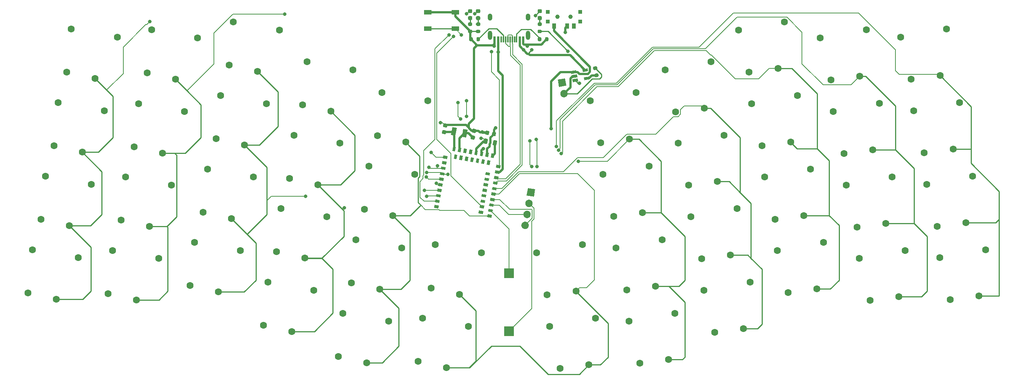
<source format=gbr>
%TF.GenerationSoftware,KiCad,Pcbnew,(5.1.10)-1*%
%TF.CreationDate,2021-11-02T21:32:16-06:00*%
%TF.ProjectId,VColChoc44,56436f6c-4368-46f6-9334-342e6b696361,rev?*%
%TF.SameCoordinates,Original*%
%TF.FileFunction,Copper,L2,Bot*%
%TF.FilePolarity,Positive*%
%FSLAX46Y46*%
G04 Gerber Fmt 4.6, Leading zero omitted, Abs format (unit mm)*
G04 Created by KiCad (PCBNEW (5.1.10)-1) date 2021-11-02 21:32:16*
%MOMM*%
%LPD*%
G01*
G04 APERTURE LIST*
%TA.AperFunction,ComponentPad*%
%ADD10C,1.600000*%
%TD*%
%TA.AperFunction,SMDPad,CuDef*%
%ADD11R,0.600000X1.450000*%
%TD*%
%TA.AperFunction,SMDPad,CuDef*%
%ADD12R,0.300000X1.450000*%
%TD*%
%TA.AperFunction,ComponentPad*%
%ADD13O,1.000000X2.100000*%
%TD*%
%TA.AperFunction,ComponentPad*%
%ADD14O,1.000000X1.600000*%
%TD*%
%TA.AperFunction,ComponentPad*%
%ADD15C,0.100000*%
%TD*%
%TA.AperFunction,SMDPad,CuDef*%
%ADD16C,0.100000*%
%TD*%
%TA.AperFunction,SMDPad,CuDef*%
%ADD17R,1.800000X1.100000*%
%TD*%
%TA.AperFunction,SMDPad,CuDef*%
%ADD18R,0.900000X0.900000*%
%TD*%
%TA.AperFunction,SMDPad,CuDef*%
%ADD19R,0.900000X1.250000*%
%TD*%
%TA.AperFunction,WasherPad*%
%ADD20C,1.000000*%
%TD*%
%TA.AperFunction,SMDPad,CuDef*%
%ADD21R,2.200000X2.200000*%
%TD*%
%TA.AperFunction,ViaPad*%
%ADD22C,0.800000*%
%TD*%
%TA.AperFunction,Conductor*%
%ADD23C,0.250000*%
%TD*%
%TA.AperFunction,Conductor*%
%ADD24C,0.500000*%
%TD*%
%TA.AperFunction,Conductor*%
%ADD25C,0.200000*%
%TD*%
G04 APERTURE END LIST*
D10*
%TO.P,U44,4*%
%TO.N,N/C*%
X247853690Y-117378498D03*
%TO.P,U44,5*%
X258292652Y-115537828D03*
%TO.P,U44,3*%
X250273186Y-126953828D03*
%TO.P,U44,1*%
%TO.N,COL11*%
X256805315Y-126106665D03*
%TD*%
%TO.P,U32,4*%
%TO.N,N/C*%
X226654690Y-100807498D03*
%TO.P,U32,5*%
X237093652Y-98966828D03*
%TO.P,U32,3*%
X229074186Y-110382828D03*
%TO.P,U32,1*%
%TO.N,COL10*%
X235606315Y-109535665D03*
%TD*%
%TO.P,U43,4*%
%TO.N,N/C*%
X229606690Y-117549498D03*
%TO.P,U43,5*%
X240045652Y-115708828D03*
%TO.P,U43,3*%
X232026186Y-127124828D03*
%TO.P,U43,1*%
%TO.N,COL10*%
X238558315Y-126277665D03*
%TD*%
%TO.P,U42,4*%
%TO.N,N/C*%
X211011690Y-115751498D03*
%TO.P,U42,5*%
X221450652Y-113910828D03*
%TO.P,U42,3*%
X213431186Y-125326828D03*
%TO.P,U42,1*%
%TO.N,COL9*%
X219963315Y-124479665D03*
%TD*%
%TO.P,U41,4*%
%TO.N,N/C*%
X194326690Y-124785498D03*
%TO.P,U41,5*%
X204765652Y-122944828D03*
%TO.P,U41,3*%
X196746186Y-134360828D03*
%TO.P,U41,1*%
%TO.N,COL8*%
X203278315Y-133513665D03*
%TD*%
%TO.P,U40,4*%
%TO.N,N/C*%
X177294690Y-131850498D03*
%TO.P,U40,5*%
X187733652Y-130009828D03*
%TO.P,U40,3*%
X179714186Y-141425828D03*
%TO.P,U40,1*%
%TO.N,COL7*%
X186246315Y-140578665D03*
%TD*%
%TO.P,U39,4*%
%TO.N,N/C*%
X159220690Y-133006498D03*
%TO.P,U39,5*%
X169659652Y-131165828D03*
%TO.P,U39,3*%
X161640186Y-142581828D03*
%TO.P,U39,1*%
%TO.N,COL6*%
X168172315Y-141734665D03*
%TD*%
%TO.P,U33,4*%
%TO.N,N/C*%
X244901690Y-100636498D03*
%TO.P,U33,5*%
X255340652Y-98795828D03*
%TO.P,U33,3*%
X247321186Y-110211828D03*
%TO.P,U33,1*%
%TO.N,COL11*%
X253853315Y-109364665D03*
%TD*%
%TO.P,U31,4*%
%TO.N,N/C*%
X208059690Y-99009498D03*
%TO.P,U31,5*%
X218498652Y-97168828D03*
%TO.P,U31,3*%
X210479186Y-108584828D03*
%TO.P,U31,1*%
%TO.N,COL9*%
X217011315Y-107737665D03*
%TD*%
%TO.P,U30,4*%
%TO.N,N/C*%
X191374690Y-108043498D03*
%TO.P,U30,5*%
X201813652Y-106202828D03*
%TO.P,U30,3*%
X193794186Y-117618828D03*
%TO.P,U30,1*%
%TO.N,COL8*%
X200326315Y-116771665D03*
%TD*%
%TO.P,U29,4*%
%TO.N,N/C*%
X174342690Y-115108498D03*
%TO.P,U29,5*%
X184781652Y-113267828D03*
%TO.P,U29,3*%
X176762186Y-124683828D03*
%TO.P,U29,1*%
%TO.N,COL7*%
X183294315Y-123836665D03*
%TD*%
%TO.P,U28,4*%
%TO.N,N/C*%
X156268690Y-116264498D03*
%TO.P,U28,5*%
X166707652Y-114423828D03*
%TO.P,U28,3*%
X158688186Y-125839828D03*
%TO.P,U28,1*%
%TO.N,COL6*%
X165220315Y-124992665D03*
%TD*%
%TO.P,U38,4*%
%TO.N,N/C*%
X112266348Y-130009828D03*
%TO.P,U38,5*%
X122705310Y-131850498D03*
%TO.P,U38,3*%
X111264975Y-139835211D03*
%TO.P,U38,1*%
%TO.N,COL5*%
X117692916Y-141273258D03*
%TD*%
%TO.P,U37,4*%
%TO.N,N/C*%
X95234148Y-122944828D03*
%TO.P,U37,5*%
X105673110Y-124785498D03*
%TO.P,U37,3*%
X94232775Y-132770211D03*
%TO.P,U37,1*%
%TO.N,COL4*%
X100660716Y-134208258D03*
%TD*%
%TO.P,U36,4*%
%TO.N,N/C*%
X78549548Y-113910828D03*
%TO.P,U36,5*%
X88988510Y-115751498D03*
%TO.P,U36,3*%
X77548175Y-123736211D03*
%TO.P,U36,1*%
%TO.N,COL3*%
X83976116Y-125174258D03*
%TD*%
%TO.P,U35,4*%
%TO.N,N/C*%
X59954748Y-115708828D03*
%TO.P,U35,5*%
X70393710Y-117549498D03*
%TO.P,U35,3*%
X58953375Y-125534211D03*
%TO.P,U35,1*%
%TO.N,COL2*%
X65381316Y-126972258D03*
%TD*%
%TO.P,U34,4*%
%TO.N,N/C*%
X41707248Y-115537828D03*
%TO.P,U34,5*%
X52146210Y-117378498D03*
%TO.P,U34,3*%
X40705875Y-125363211D03*
%TO.P,U34,1*%
%TO.N,COL1*%
X47133816Y-126801258D03*
%TD*%
%TO.P,U27,4*%
%TO.N,N/C*%
X115218348Y-113267828D03*
%TO.P,U27,5*%
X125657310Y-115108498D03*
%TO.P,U27,3*%
X114216975Y-123093211D03*
%TO.P,U27,1*%
%TO.N,COL5*%
X120644916Y-124531258D03*
%TD*%
%TO.P,U26,4*%
%TO.N,N/C*%
X98186348Y-106202828D03*
%TO.P,U26,5*%
X108625310Y-108043498D03*
%TO.P,U26,3*%
X97184975Y-116028211D03*
%TO.P,U26,1*%
%TO.N,COL4*%
X103612916Y-117466258D03*
%TD*%
%TO.P,U25,4*%
%TO.N,N/C*%
X81501548Y-97168828D03*
%TO.P,U25,5*%
X91940510Y-99009498D03*
%TO.P,U25,3*%
X80500175Y-106994211D03*
%TO.P,U25,1*%
%TO.N,COL3*%
X86928116Y-108432258D03*
%TD*%
%TO.P,U24,4*%
%TO.N,N/C*%
X62906748Y-98966828D03*
%TO.P,U24,5*%
X73345710Y-100807498D03*
%TO.P,U24,3*%
X61905375Y-108792211D03*
%TO.P,U24,1*%
%TO.N,COL2*%
X68333316Y-110230258D03*
%TD*%
%TO.P,U23,4*%
%TO.N,N/C*%
X44683183Y-98827303D03*
%TO.P,U23,5*%
X55122145Y-100667973D03*
%TO.P,U23,3*%
X43681810Y-108652686D03*
%TO.P,U23,1*%
%TO.N,COL1*%
X50109751Y-110090733D03*
%TD*%
%TO.P,U22,4*%
%TO.N,N/C*%
X241949690Y-83894898D03*
%TO.P,U22,5*%
X252388652Y-82054228D03*
%TO.P,U22,3*%
X244369186Y-93470228D03*
%TO.P,U22,1*%
%TO.N,COL11*%
X250901315Y-92623065D03*
%TD*%
%TO.P,U21,4*%
%TO.N,N/C*%
X223702690Y-84066098D03*
%TO.P,U21,5*%
X234141652Y-82225428D03*
%TO.P,U21,3*%
X226122186Y-93641428D03*
%TO.P,U21,1*%
%TO.N,COL10*%
X232654315Y-92794265D03*
%TD*%
%TO.P,U20,4*%
%TO.N,N/C*%
X205107690Y-82267798D03*
%TO.P,U20,5*%
X215546652Y-80427128D03*
%TO.P,U20,3*%
X207527186Y-91843128D03*
%TO.P,U20,1*%
%TO.N,COL9*%
X214059315Y-90995965D03*
%TD*%
%TO.P,U19,4*%
%TO.N,N/C*%
X188422690Y-91302298D03*
%TO.P,U19,5*%
X198861652Y-89461628D03*
%TO.P,U19,3*%
X190842186Y-100877628D03*
%TO.P,U19,1*%
%TO.N,COL8*%
X197374315Y-100030465D03*
%TD*%
%TO.P,U18,4*%
%TO.N,N/C*%
X171390690Y-98367498D03*
%TO.P,U18,5*%
X181829652Y-96526828D03*
%TO.P,U18,3*%
X173810186Y-107942828D03*
%TO.P,U18,1*%
%TO.N,COL7*%
X180342315Y-107095665D03*
%TD*%
%TO.P,U17,4*%
%TO.N,N/C*%
X130340348Y-131165828D03*
%TO.P,U17,5*%
X140779310Y-133006498D03*
%TO.P,U17,3*%
X129338975Y-140991211D03*
%TO.P,U17,1*%
%TO.N,COL6*%
X135766916Y-142429258D03*
%TD*%
%TO.P,U16,4*%
%TO.N,N/C*%
X118170348Y-96526828D03*
%TO.P,U16,5*%
X128609310Y-98367498D03*
%TO.P,U16,3*%
X117168975Y-106352211D03*
%TO.P,U16,1*%
%TO.N,COL5*%
X123596916Y-107790258D03*
%TD*%
%TO.P,U15,4*%
%TO.N,N/C*%
X101138348Y-89461628D03*
%TO.P,U15,5*%
X111577310Y-91302298D03*
%TO.P,U15,3*%
X100136975Y-99287011D03*
%TO.P,U15,1*%
%TO.N,COL4*%
X106564916Y-100725058D03*
%TD*%
%TO.P,U14,4*%
%TO.N,N/C*%
X84474391Y-80448318D03*
%TO.P,U14,5*%
X94913353Y-82288988D03*
%TO.P,U14,3*%
X83473018Y-90273701D03*
%TO.P,U14,1*%
%TO.N,COL3*%
X89900959Y-91711748D03*
%TD*%
%TO.P,U13,4*%
%TO.N,N/C*%
X65868885Y-82259627D03*
%TO.P,U13,5*%
X76307847Y-84100297D03*
%TO.P,U13,3*%
X64867512Y-92085010D03*
%TO.P,U13,1*%
%TO.N,COL2*%
X71295453Y-93523057D03*
%TD*%
%TO.P,U11,4*%
%TO.N,N/C*%
X238997690Y-67153098D03*
%TO.P,U11,5*%
X249436652Y-65312428D03*
%TO.P,U11,3*%
X241417186Y-76728428D03*
%TO.P,U11,1*%
%TO.N,COL11*%
X247949315Y-75881265D03*
%TD*%
%TO.P,U10,4*%
%TO.N,N/C*%
X220750690Y-67324398D03*
%TO.P,U10,5*%
X231189652Y-65483728D03*
%TO.P,U10,3*%
X223170186Y-76899728D03*
%TO.P,U10,1*%
%TO.N,COL10*%
X229702315Y-76052565D03*
%TD*%
%TO.P,U9,4*%
%TO.N,N/C*%
X202155690Y-65525998D03*
%TO.P,U9,5*%
X212594652Y-63685328D03*
%TO.P,U9,3*%
X204575186Y-75101328D03*
%TO.P,U9,1*%
%TO.N,COL9*%
X211107315Y-74254165D03*
%TD*%
%TO.P,U8,4*%
%TO.N,N/C*%
X185470690Y-74560498D03*
%TO.P,U8,5*%
X195909652Y-72719828D03*
%TO.P,U8,3*%
X187890186Y-84135828D03*
%TO.P,U8,1*%
%TO.N,COL8*%
X194422315Y-83288665D03*
%TD*%
%TO.P,U7,4*%
%TO.N,N/C*%
X168438690Y-81625398D03*
%TO.P,U7,5*%
X178877652Y-79784728D03*
%TO.P,U7,3*%
X170858186Y-91200728D03*
%TO.P,U7,1*%
%TO.N,COL7*%
X177390315Y-90353565D03*
%TD*%
%TO.P,U6,4*%
%TO.N,N/C*%
X133292348Y-114423828D03*
%TO.P,U6,5*%
X143731310Y-116264498D03*
%TO.P,U6,3*%
X132290975Y-124249211D03*
%TO.P,U6,1*%
%TO.N,COL6*%
X138718916Y-125687258D03*
%TD*%
%TO.P,U5,4*%
%TO.N,N/C*%
X121122348Y-79784728D03*
%TO.P,U5,5*%
X131561310Y-81625398D03*
%TO.P,U5,3*%
X120120975Y-89610111D03*
%TO.P,U5,1*%
%TO.N,COL5*%
X126548916Y-91048158D03*
%TD*%
%TO.P,U4,4*%
%TO.N,N/C*%
X104090348Y-72719828D03*
%TO.P,U4,5*%
X114529310Y-74560498D03*
%TO.P,U4,3*%
X103088975Y-82545211D03*
%TO.P,U4,1*%
%TO.N,COL4*%
X109516916Y-83983258D03*
%TD*%
%TO.P,U3,4*%
%TO.N,N/C*%
X87405548Y-63685328D03*
%TO.P,U3,5*%
X97844510Y-65525998D03*
%TO.P,U3,3*%
X86404175Y-73510711D03*
%TO.P,U3,1*%
%TO.N,COL3*%
X92832116Y-74948758D03*
%TD*%
%TO.P,U2,4*%
%TO.N,N/C*%
X68810748Y-65483728D03*
%TO.P,U2,5*%
X79249710Y-67324398D03*
%TO.P,U2,3*%
X67809375Y-75309111D03*
%TO.P,U2,1*%
%TO.N,COL2*%
X74237316Y-76747158D03*
%TD*%
%TO.P,U12,4*%
%TO.N,N/C*%
X47611248Y-82054228D03*
%TO.P,U12,5*%
X58050210Y-83894898D03*
%TO.P,U12,3*%
X46609875Y-91879611D03*
%TO.P,U12,1*%
%TO.N,COL1*%
X53037816Y-93317658D03*
%TD*%
%TO.P,U1,4*%
%TO.N,N/C*%
X50563348Y-65312428D03*
%TO.P,U1,5*%
X61002310Y-67153098D03*
%TO.P,U1,3*%
X49561975Y-75137811D03*
%TO.P,U1,1*%
%TO.N,COL1*%
X55989916Y-76575858D03*
%TD*%
D11*
%TO.P,J2,B1*%
%TO.N,GND*%
X153250000Y-67645000D03*
%TO.P,J2,A9*%
%TO.N,VBUS*%
X152450000Y-67645000D03*
%TO.P,J2,B9*%
X147550000Y-67645000D03*
%TO.P,J2,B12*%
%TO.N,GND*%
X146750000Y-67645000D03*
%TO.P,J2,A1*%
X146750000Y-67645000D03*
%TO.P,J2,A4*%
%TO.N,VBUS*%
X147550000Y-67645000D03*
%TO.P,J2,B4*%
X152450000Y-67645000D03*
%TO.P,J2,A12*%
%TO.N,GND*%
X153250000Y-67645000D03*
D12*
%TO.P,J2,B8*%
%TO.N,Net-(J2-PadB8)*%
X148250000Y-67645000D03*
%TO.P,J2,A5*%
%TO.N,Net-(J2-PadA5)*%
X148750000Y-67645000D03*
%TO.P,J2,B7*%
%TO.N,DATA-*%
X149250000Y-67645000D03*
%TO.P,J2,A7*%
X150250000Y-67645000D03*
%TO.P,J2,B6*%
%TO.N,DATA+*%
X150750000Y-67645000D03*
%TO.P,J2,A8*%
%TO.N,Net-(J2-PadA8)*%
X151250000Y-67645000D03*
%TO.P,J2,B5*%
%TO.N,Net-(J2-PadB5)*%
X151750000Y-67645000D03*
%TO.P,J2,A6*%
%TO.N,DATA+*%
X149750000Y-67645000D03*
D13*
%TO.P,J2,S1*%
%TO.N,Net-(J2-PadS1)*%
X154320000Y-66730000D03*
X145680000Y-66730000D03*
D14*
X145680000Y-62550000D03*
X154320000Y-62550000D03*
%TD*%
%TO.P,J3,4*%
%TO.N,SWDIO*%
%TA.AperFunction,ComponentPad*%
G36*
G01*
X152839714Y-109856634D02*
X152839714Y-109856634D01*
G75*
G02*
X153824402Y-109167148I837087J-147601D01*
G01*
X153824402Y-109167148D01*
G75*
G02*
X154513888Y-110151836I-147601J-837087D01*
G01*
X154513888Y-110151836D01*
G75*
G02*
X153529200Y-110841322I-837087J147601D01*
G01*
X153529200Y-110841322D01*
G75*
G02*
X152839714Y-109856634I147601J837087D01*
G01*
G37*
%TD.AperFunction*%
%TO.P,J3,3*%
%TO.N,SWCLK*%
%TA.AperFunction,ComponentPad*%
G36*
G01*
X153280780Y-107355222D02*
X153280780Y-107355222D01*
G75*
G02*
X154265468Y-106665736I837087J-147601D01*
G01*
X154265468Y-106665736D01*
G75*
G02*
X154954954Y-107650424I-147601J-837087D01*
G01*
X154954954Y-107650424D01*
G75*
G02*
X153970266Y-108339910I-837087J147601D01*
G01*
X153970266Y-108339910D01*
G75*
G02*
X153280780Y-107355222I147601J837087D01*
G01*
G37*
%TD.AperFunction*%
%TO.P,J3,2*%
%TO.N,GND*%
%TA.AperFunction,ComponentPad*%
G36*
G01*
X153721847Y-104853811D02*
X153721847Y-104853811D01*
G75*
G02*
X154706535Y-104164325I837087J-147601D01*
G01*
X154706535Y-104164325D01*
G75*
G02*
X155396021Y-105149013I-147601J-837087D01*
G01*
X155396021Y-105149013D01*
G75*
G02*
X154411333Y-105838499I-837087J147601D01*
G01*
X154411333Y-105838499D01*
G75*
G02*
X153721847Y-104853811I147601J837087D01*
G01*
G37*
%TD.AperFunction*%
%TA.AperFunction,ComponentPad*%
D15*
%TO.P,J3,1*%
%TO.N,+3V3*%
G36*
X154015312Y-103189486D02*
G01*
X154310514Y-101515312D01*
X155984688Y-101810514D01*
X155689486Y-103484688D01*
X154015312Y-103189486D01*
G37*
%TD.AperFunction*%
%TD*%
%TA.AperFunction,ComponentPad*%
%TO.P,U45,28*%
%TO.N,COL11*%
G36*
X144739302Y-97856455D02*
G01*
X145724110Y-98030104D01*
X145611238Y-98670229D01*
X144626430Y-98496580D01*
X144739302Y-97856455D01*
G37*
%TD.AperFunction*%
%TA.AperFunction,SMDPad,CuDef*%
D16*
%TO.P,U45,10*%
%TO.N,ROW1*%
G36*
X135086508Y-94091060D02*
G01*
X136071316Y-94264709D01*
X135958444Y-94904834D01*
X134973636Y-94731185D01*
X135086508Y-94091060D01*
G37*
%TD.AperFunction*%
%TA.AperFunction,SMDPad,CuDef*%
%TO.P,U45,9*%
%TO.N,/Sheet61BBB357/P0.31*%
G36*
X134865975Y-95341766D02*
G01*
X135850783Y-95515415D01*
X135737911Y-96155540D01*
X134753103Y-95981891D01*
X134865975Y-95341766D01*
G37*
%TD.AperFunction*%
%TA.AperFunction,SMDPad,CuDef*%
%TO.P,U45,8*%
%TO.N,ROW2*%
G36*
X134645442Y-96592472D02*
G01*
X135630250Y-96766121D01*
X135517378Y-97406246D01*
X134532570Y-97232597D01*
X134645442Y-96592472D01*
G37*
%TD.AperFunction*%
%TA.AperFunction,SMDPad,CuDef*%
%TO.P,U45,7*%
%TO.N,ROW3*%
G36*
X134424909Y-97843177D02*
G01*
X135409717Y-98016826D01*
X135296845Y-98656951D01*
X134312037Y-98483302D01*
X134424909Y-97843177D01*
G37*
%TD.AperFunction*%
%TA.AperFunction,SMDPad,CuDef*%
%TO.P,U45,6*%
%TO.N,ROW4*%
G36*
X134204375Y-99093883D02*
G01*
X135189183Y-99267532D01*
X135076311Y-99907657D01*
X134091503Y-99734008D01*
X134204375Y-99093883D01*
G37*
%TD.AperFunction*%
%TA.AperFunction,SMDPad,CuDef*%
%TO.P,U45,5*%
%TO.N,GND*%
G36*
X133983842Y-100344589D02*
G01*
X134968650Y-100518238D01*
X134855778Y-101158363D01*
X133870970Y-100984714D01*
X133983842Y-100344589D01*
G37*
%TD.AperFunction*%
%TA.AperFunction,SMDPad,CuDef*%
%TO.P,U45,4*%
%TO.N,COL3*%
G36*
X133763309Y-101595295D02*
G01*
X134748117Y-101768944D01*
X134635245Y-102409069D01*
X133650437Y-102235420D01*
X133763309Y-101595295D01*
G37*
%TD.AperFunction*%
%TA.AperFunction,SMDPad,CuDef*%
%TO.P,U45,3*%
%TO.N,COL4*%
G36*
X133542776Y-102846001D02*
G01*
X134527584Y-103019650D01*
X134414712Y-103659775D01*
X133429904Y-103486126D01*
X133542776Y-102846001D01*
G37*
%TD.AperFunction*%
%TA.AperFunction,SMDPad,CuDef*%
%TO.P,U45,2*%
%TO.N,BLUE_LED*%
G36*
X133322243Y-104096707D02*
G01*
X134307051Y-104270356D01*
X134194179Y-104910481D01*
X133209371Y-104736832D01*
X133322243Y-104096707D01*
G37*
%TD.AperFunction*%
%TA.AperFunction,SMDPad,CuDef*%
%TO.P,U45,1*%
%TO.N,/Sheet61BBB357/P1.11*%
G36*
X133101709Y-105347413D02*
G01*
X134086517Y-105521062D01*
X133973645Y-106161187D01*
X132988837Y-105987538D01*
X133101709Y-105347413D01*
G37*
%TD.AperFunction*%
%TA.AperFunction,SMDPad,CuDef*%
%TO.P,U45,31*%
%TO.N,DATA+*%
G36*
X146476986Y-99968284D02*
G01*
X147461794Y-100141933D01*
X147348922Y-100782058D01*
X146364114Y-100608409D01*
X146476986Y-99968284D01*
G37*
%TD.AperFunction*%
%TA.AperFunction,SMDPad,CuDef*%
%TO.P,U45,43*%
%TO.N,COL5*%
G36*
X145153787Y-107472519D02*
G01*
X146138595Y-107646168D01*
X146025723Y-108286293D01*
X145040915Y-108112644D01*
X145153787Y-107472519D01*
G37*
%TD.AperFunction*%
%TA.AperFunction,SMDPad,CuDef*%
%TO.P,U45,33*%
%TO.N,COL8*%
G36*
X146256453Y-101218990D02*
G01*
X147241261Y-101392639D01*
X147128389Y-102032764D01*
X146143581Y-101859115D01*
X146256453Y-101218990D01*
G37*
%TD.AperFunction*%
%TA.AperFunction,SMDPad,CuDef*%
%TO.P,U45,41*%
%TO.N,SPEAKER*%
G36*
X145374320Y-106221813D02*
G01*
X146359128Y-106395462D01*
X146246256Y-107035587D01*
X145261448Y-106861938D01*
X145374320Y-106221813D01*
G37*
%TD.AperFunction*%
%TA.AperFunction,SMDPad,CuDef*%
%TO.P,U45,39*%
%TO.N,SWCLK*%
G36*
X145594853Y-104971107D02*
G01*
X146579661Y-105144756D01*
X146466789Y-105784881D01*
X145481981Y-105611232D01*
X145594853Y-104971107D01*
G37*
%TD.AperFunction*%
%TA.AperFunction,SMDPad,CuDef*%
%TO.P,U45,37*%
%TO.N,SWDIO*%
G36*
X145815386Y-103720401D02*
G01*
X146800194Y-103894050D01*
X146687322Y-104534175D01*
X145702514Y-104360526D01*
X145815386Y-103720401D01*
G37*
%TD.AperFunction*%
%TA.AperFunction,SMDPad,CuDef*%
%TO.P,U45,29*%
%TO.N,DATA-*%
G36*
X146697519Y-98717578D02*
G01*
X147682327Y-98891227D01*
X147569455Y-99531352D01*
X146584647Y-99357703D01*
X146697519Y-98717578D01*
G37*
%TD.AperFunction*%
%TA.AperFunction,SMDPad,CuDef*%
%TO.P,U45,35*%
%TO.N,COL6*%
G36*
X146035919Y-102469696D02*
G01*
X147020727Y-102643345D01*
X146907855Y-103283470D01*
X145923047Y-103109821D01*
X146035919Y-102469696D01*
G37*
%TD.AperFunction*%
%TA.AperFunction,SMDPad,CuDef*%
%TO.P,U45,27*%
%TO.N,VBUS*%
G36*
X146918052Y-97466872D02*
G01*
X147902860Y-97640521D01*
X147789988Y-98280646D01*
X146805180Y-98106997D01*
X146918052Y-97466872D01*
G37*
%TD.AperFunction*%
%TA.AperFunction,SMDPad,CuDef*%
%TO.P,U45,26*%
%TO.N,RESET*%
G36*
X147138585Y-96216166D02*
G01*
X148123393Y-96389815D01*
X148010521Y-97029940D01*
X147025713Y-96856291D01*
X147138585Y-96216166D01*
G37*
%TD.AperFunction*%
%TA.AperFunction,SMDPad,CuDef*%
%TO.P,U45,23*%
%TO.N,VBAT*%
G36*
X145442871Y-93486236D02*
G01*
X145269222Y-94471044D01*
X144629097Y-94358172D01*
X144802746Y-93373364D01*
X145442871Y-93486236D01*
G37*
%TD.AperFunction*%
%TA.AperFunction,SMDPad,CuDef*%
%TO.P,U45,11*%
%TO.N,Net-(C1-Pad1)*%
G36*
X137938636Y-92163036D02*
G01*
X137764987Y-93147844D01*
X137124862Y-93034972D01*
X137298511Y-92050164D01*
X137938636Y-92163036D01*
G37*
%TD.AperFunction*%
%TA.AperFunction,SMDPad,CuDef*%
%TO.P,U45,21*%
%TO.N,GND*%
G36*
X144192166Y-93265702D02*
G01*
X144018517Y-94250510D01*
X143378392Y-94137638D01*
X143552041Y-93152830D01*
X144192166Y-93265702D01*
G37*
%TD.AperFunction*%
%TA.AperFunction,SMDPad,CuDef*%
%TO.P,U45,13*%
%TO.N,Net-(C2-Pad2)*%
G36*
X139189342Y-92383570D02*
G01*
X139015693Y-93368378D01*
X138375568Y-93255506D01*
X138549217Y-92270698D01*
X139189342Y-92383570D01*
G37*
%TD.AperFunction*%
%TA.AperFunction,SMDPad,CuDef*%
%TO.P,U45,15*%
%TO.N,/Sheet61BBB357/P0.05*%
G36*
X140440048Y-92604103D02*
G01*
X140266399Y-93588911D01*
X139626274Y-93476039D01*
X139799923Y-92491231D01*
X140440048Y-92604103D01*
G37*
%TD.AperFunction*%
%TA.AperFunction,SMDPad,CuDef*%
%TO.P,U45,17*%
%TO.N,/Sheet61BBB357/P1.09*%
G36*
X141690754Y-92824636D02*
G01*
X141517105Y-93809444D01*
X140876980Y-93696572D01*
X141050629Y-92711764D01*
X141690754Y-92824636D01*
G37*
%TD.AperFunction*%
%TA.AperFunction,SMDPad,CuDef*%
%TO.P,U45,25*%
%TO.N,Net-(L1-Pad1)*%
G36*
X146693577Y-93706769D02*
G01*
X146519928Y-94691577D01*
X145879803Y-94578705D01*
X146053452Y-93593897D01*
X146693577Y-93706769D01*
G37*
%TD.AperFunction*%
%TA.AperFunction,SMDPad,CuDef*%
%TO.P,U45,19*%
%TO.N,+3V3*%
G36*
X142941460Y-93045169D02*
G01*
X142767811Y-94029977D01*
X142127686Y-93917105D01*
X142301335Y-92932297D01*
X142941460Y-93045169D01*
G37*
%TD.AperFunction*%
%TA.AperFunction,ComponentPad*%
D15*
%TO.P,U45,30*%
%TO.N,COL10*%
G36*
X144518769Y-99107161D02*
G01*
X145503577Y-99280810D01*
X145390705Y-99920935D01*
X144405897Y-99747286D01*
X144518769Y-99107161D01*
G37*
%TD.AperFunction*%
%TA.AperFunction,ComponentPad*%
%TO.P,U45,32*%
%TO.N,COL9*%
G36*
X144298235Y-100357866D02*
G01*
X145283043Y-100531515D01*
X145170171Y-101171640D01*
X144185363Y-100997991D01*
X144298235Y-100357866D01*
G37*
%TD.AperFunction*%
%TA.AperFunction,ComponentPad*%
%TO.P,U45,34*%
%TO.N,COL7*%
G36*
X144077702Y-101608572D02*
G01*
X145062510Y-101782221D01*
X144949638Y-102422346D01*
X143964830Y-102248697D01*
X144077702Y-101608572D01*
G37*
%TD.AperFunction*%
%TA.AperFunction,ComponentPad*%
%TO.P,U45,36*%
%TO.N,SWO*%
G36*
X143857169Y-102859278D02*
G01*
X144841977Y-103032927D01*
X144729105Y-103673052D01*
X143744297Y-103499403D01*
X143857169Y-102859278D01*
G37*
%TD.AperFunction*%
%TA.AperFunction,ComponentPad*%
%TO.P,U45,38*%
%TO.N,DFU*%
G36*
X143636636Y-104109984D02*
G01*
X144621444Y-104283633D01*
X144508572Y-104923758D01*
X143523764Y-104750109D01*
X143636636Y-104109984D01*
G37*
%TD.AperFunction*%
%TA.AperFunction,ComponentPad*%
%TO.P,U45,40*%
%TO.N,RED_LED*%
G36*
X143416103Y-105360690D02*
G01*
X144400911Y-105534339D01*
X144288039Y-106174464D01*
X143303231Y-106000815D01*
X143416103Y-105360690D01*
G37*
%TD.AperFunction*%
%TA.AperFunction,ComponentPad*%
%TO.P,U45,42*%
%TO.N,/Sheet61BBB357/P1.06*%
G36*
X143195569Y-106611396D02*
G01*
X144180377Y-106785045D01*
X144067505Y-107425170D01*
X143082697Y-107251521D01*
X143195569Y-106611396D01*
G37*
%TD.AperFunction*%
%TA.AperFunction,ComponentPad*%
%TO.P,U45,14*%
%TO.N,COL1*%
G36*
X139519553Y-94179190D02*
G01*
X139345904Y-95163998D01*
X138705779Y-95051126D01*
X138879428Y-94066318D01*
X139519553Y-94179190D01*
G37*
%TD.AperFunction*%
%TA.AperFunction,ComponentPad*%
%TO.P,U45,12*%
%TO.N,/Sheet61BBB357/P0.26*%
G36*
X138268847Y-93958656D02*
G01*
X138095198Y-94943464D01*
X137455073Y-94830592D01*
X137628722Y-93845784D01*
X138268847Y-93958656D01*
G37*
%TD.AperFunction*%
%TA.AperFunction,ComponentPad*%
%TO.P,U45,20*%
%TO.N,/Sheet61BBB357/P0.12*%
G36*
X143271670Y-94840789D02*
G01*
X143098021Y-95825597D01*
X142457896Y-95712725D01*
X142631545Y-94727917D01*
X143271670Y-94840789D01*
G37*
%TD.AperFunction*%
%TA.AperFunction,ComponentPad*%
%TO.P,U45,16*%
%TO.N,COL2*%
G36*
X140770259Y-94399723D02*
G01*
X140596610Y-95384531D01*
X139956485Y-95271659D01*
X140130134Y-94286851D01*
X140770259Y-94399723D01*
G37*
%TD.AperFunction*%
%TA.AperFunction,ComponentPad*%
%TO.P,U45,22*%
%TO.N,/Sheet61BBB357/P0.07*%
G36*
X144522376Y-95061322D02*
G01*
X144348727Y-96046130D01*
X143708602Y-95933258D01*
X143882251Y-94948450D01*
X144522376Y-95061322D01*
G37*
%TD.AperFunction*%
%TA.AperFunction,ComponentPad*%
%TO.P,U45,24*%
%TO.N,GND*%
G36*
X145773082Y-95281855D02*
G01*
X145599433Y-96266663D01*
X144959308Y-96153791D01*
X145132957Y-95168983D01*
X145773082Y-95281855D01*
G37*
%TD.AperFunction*%
%TA.AperFunction,ComponentPad*%
%TO.P,U45,18*%
%TO.N,/Sheet61BBB357/P0.04*%
G36*
X142020964Y-94620256D02*
G01*
X141847315Y-95605064D01*
X141207190Y-95492192D01*
X141380839Y-94507384D01*
X142020964Y-94620256D01*
G37*
%TD.AperFunction*%
%TD*%
%TA.AperFunction,SMDPad,CuDef*%
D16*
%TO.P,Y1,2*%
%TO.N,Net-(C2-Pad2)*%
G36*
X140610705Y-88217557D02*
G01*
X140298139Y-89990211D01*
X139313331Y-89816563D01*
X139625897Y-88043909D01*
X140610705Y-88217557D01*
G37*
%TD.AperFunction*%
%TA.AperFunction,SMDPad,CuDef*%
%TO.P,Y1,1*%
%TO.N,Net-(C1-Pad1)*%
G36*
X138148685Y-87783437D02*
G01*
X137836119Y-89556091D01*
X136851311Y-89382443D01*
X137163877Y-87609789D01*
X138148685Y-87783437D01*
G37*
%TD.AperFunction*%
%TD*%
%TA.AperFunction,SMDPad,CuDef*%
%TO.P,U46,5*%
%TO.N,Net-(R6-Pad2)*%
G36*
X167110767Y-76934076D02*
G01*
X166997896Y-76293951D01*
X168199361Y-76082100D01*
X168312232Y-76722225D01*
X167110767Y-76934076D01*
G37*
%TD.AperFunction*%
%TA.AperFunction,SMDPad,CuDef*%
%TO.P,U46,4*%
%TO.N,VBUS*%
G36*
X166780835Y-75062942D02*
G01*
X166667964Y-74422817D01*
X167869429Y-74210966D01*
X167982300Y-74851091D01*
X166780835Y-75062942D01*
G37*
%TD.AperFunction*%
%TA.AperFunction,SMDPad,CuDef*%
%TO.P,U46,3*%
%TO.N,VBAT*%
G36*
X164200639Y-75517900D02*
G01*
X164087768Y-74877775D01*
X165289233Y-74665924D01*
X165402104Y-75306049D01*
X164200639Y-75517900D01*
G37*
%TD.AperFunction*%
%TA.AperFunction,SMDPad,CuDef*%
%TO.P,U46,2*%
%TO.N,GND*%
G36*
X164365605Y-76453467D02*
G01*
X164252734Y-75813342D01*
X165454199Y-75601491D01*
X165567070Y-76241616D01*
X164365605Y-76453467D01*
G37*
%TD.AperFunction*%
%TA.AperFunction,SMDPad,CuDef*%
%TO.P,U46,1*%
%TO.N,Net-(R5-Pad2)*%
G36*
X164530571Y-77389034D02*
G01*
X164417700Y-76748909D01*
X165619165Y-76537058D01*
X165732036Y-77177183D01*
X164530571Y-77389034D01*
G37*
%TD.AperFunction*%
%TD*%
D17*
%TO.P,SW2,2*%
%TO.N,RESET*%
X131600000Y-65200000D03*
X137800000Y-65200000D03*
%TO.P,SW2,1*%
%TO.N,GND*%
X131600000Y-61500000D03*
X137800000Y-61500000D03*
%TD*%
D18*
%TO.P,SW1,0*%
%TO.N,N/C*%
X166200000Y-61400000D03*
X166200000Y-63600000D03*
X158800000Y-63600000D03*
X158800000Y-61400000D03*
D19*
%TO.P,SW1,1*%
%TO.N,VBAT*%
X160250000Y-64575000D03*
%TO.P,SW1,3*%
%TO.N,Net-(SW1-Pad3)*%
X164750000Y-64575000D03*
%TO.P,SW1,2*%
%TO.N,Net-(J1-Pad1)*%
X163250000Y-64575000D03*
D20*
%TO.P,SW1,*%
%TO.N,*%
X164000000Y-62500000D03*
X161000000Y-62500000D03*
%TD*%
%TO.P,R6,2*%
%TO.N,Net-(R6-Pad2)*%
%TA.AperFunction,SMDPad,CuDef*%
G36*
G01*
X169546237Y-75478761D02*
X170087881Y-75383254D01*
G75*
G02*
X170319573Y-75545486I34730J-196962D01*
G01*
X170389033Y-75939409D01*
G75*
G02*
X170226801Y-76171101I-196962J-34730D01*
G01*
X169685157Y-76266608D01*
G75*
G02*
X169453465Y-76104376I-34730J196962D01*
G01*
X169384005Y-75710453D01*
G75*
G02*
X169546237Y-75478761I196962J34730D01*
G01*
G37*
%TD.AperFunction*%
%TO.P,R6,1*%
%TO.N,GND*%
%TA.AperFunction,SMDPad,CuDef*%
G36*
G01*
X169259717Y-73853829D02*
X169801361Y-73758322D01*
G75*
G02*
X170033053Y-73920554I34730J-196962D01*
G01*
X170102513Y-74314477D01*
G75*
G02*
X169940281Y-74546169I-196962J-34730D01*
G01*
X169398637Y-74641676D01*
G75*
G02*
X169166945Y-74479444I-34730J196962D01*
G01*
X169097485Y-74085521D01*
G75*
G02*
X169259717Y-73853829I196962J34730D01*
G01*
G37*
%TD.AperFunction*%
%TD*%
%TO.P,R5,2*%
%TO.N,Net-(R5-Pad2)*%
%TA.AperFunction,SMDPad,CuDef*%
G36*
G01*
X156725000Y-65425000D02*
X157275000Y-65425000D01*
G75*
G02*
X157475000Y-65625000I0J-200000D01*
G01*
X157475000Y-66025000D01*
G75*
G02*
X157275000Y-66225000I-200000J0D01*
G01*
X156725000Y-66225000D01*
G75*
G02*
X156525000Y-66025000I0J200000D01*
G01*
X156525000Y-65625000D01*
G75*
G02*
X156725000Y-65425000I200000J0D01*
G01*
G37*
%TD.AperFunction*%
%TO.P,R5,1*%
%TO.N,Net-(D3-Pad1)*%
%TA.AperFunction,SMDPad,CuDef*%
G36*
G01*
X156725000Y-63775000D02*
X157275000Y-63775000D01*
G75*
G02*
X157475000Y-63975000I0J-200000D01*
G01*
X157475000Y-64375000D01*
G75*
G02*
X157275000Y-64575000I-200000J0D01*
G01*
X156725000Y-64575000D01*
G75*
G02*
X156525000Y-64375000I0J200000D01*
G01*
X156525000Y-63975000D01*
G75*
G02*
X156725000Y-63775000I200000J0D01*
G01*
G37*
%TD.AperFunction*%
%TD*%
%TO.P,R4,2*%
%TO.N,GND*%
%TA.AperFunction,SMDPad,CuDef*%
G36*
G01*
X141775000Y-67325000D02*
X141775000Y-67875000D01*
G75*
G02*
X141575000Y-68075000I-200000J0D01*
G01*
X141175000Y-68075000D01*
G75*
G02*
X140975000Y-67875000I0J200000D01*
G01*
X140975000Y-67325000D01*
G75*
G02*
X141175000Y-67125000I200000J0D01*
G01*
X141575000Y-67125000D01*
G75*
G02*
X141775000Y-67325000I0J-200000D01*
G01*
G37*
%TD.AperFunction*%
%TO.P,R4,1*%
%TO.N,Net-(J2-PadA5)*%
%TA.AperFunction,SMDPad,CuDef*%
G36*
G01*
X143425000Y-67325000D02*
X143425000Y-67875000D01*
G75*
G02*
X143225000Y-68075000I-200000J0D01*
G01*
X142825000Y-68075000D01*
G75*
G02*
X142625000Y-67875000I0J200000D01*
G01*
X142625000Y-67325000D01*
G75*
G02*
X142825000Y-67125000I200000J0D01*
G01*
X143225000Y-67125000D01*
G75*
G02*
X143425000Y-67325000I0J-200000D01*
G01*
G37*
%TD.AperFunction*%
%TD*%
%TO.P,R3,2*%
%TO.N,GND*%
%TA.AperFunction,SMDPad,CuDef*%
G36*
G01*
X158200000Y-67875001D02*
X158200000Y-67325001D01*
G75*
G02*
X158400000Y-67125001I200000J0D01*
G01*
X158800000Y-67125001D01*
G75*
G02*
X159000000Y-67325001I0J-200000D01*
G01*
X159000000Y-67875001D01*
G75*
G02*
X158800000Y-68075001I-200000J0D01*
G01*
X158400000Y-68075001D01*
G75*
G02*
X158200000Y-67875001I0J200000D01*
G01*
G37*
%TD.AperFunction*%
%TO.P,R3,1*%
%TO.N,Net-(J2-PadB5)*%
%TA.AperFunction,SMDPad,CuDef*%
G36*
G01*
X156550000Y-67875001D02*
X156550000Y-67325001D01*
G75*
G02*
X156750000Y-67125001I200000J0D01*
G01*
X157150000Y-67125001D01*
G75*
G02*
X157350000Y-67325001I0J-200000D01*
G01*
X157350000Y-67875001D01*
G75*
G02*
X157150000Y-68075001I-200000J0D01*
G01*
X156750000Y-68075001D01*
G75*
G02*
X156550000Y-67875001I0J200000D01*
G01*
G37*
%TD.AperFunction*%
%TD*%
%TO.P,R2,2*%
%TO.N,GND*%
%TA.AperFunction,SMDPad,CuDef*%
G36*
G01*
X140925000Y-65425000D02*
X141475000Y-65425000D01*
G75*
G02*
X141675000Y-65625000I0J-200000D01*
G01*
X141675000Y-66025000D01*
G75*
G02*
X141475000Y-66225000I-200000J0D01*
G01*
X140925000Y-66225000D01*
G75*
G02*
X140725000Y-66025000I0J200000D01*
G01*
X140725000Y-65625000D01*
G75*
G02*
X140925000Y-65425000I200000J0D01*
G01*
G37*
%TD.AperFunction*%
%TO.P,R2,1*%
%TO.N,Net-(D2-Pad1)*%
%TA.AperFunction,SMDPad,CuDef*%
G36*
G01*
X140925000Y-63775000D02*
X141475000Y-63775000D01*
G75*
G02*
X141675000Y-63975000I0J-200000D01*
G01*
X141675000Y-64375000D01*
G75*
G02*
X141475000Y-64575000I-200000J0D01*
G01*
X140925000Y-64575000D01*
G75*
G02*
X140725000Y-64375000I0J200000D01*
G01*
X140725000Y-63975000D01*
G75*
G02*
X140925000Y-63775000I200000J0D01*
G01*
G37*
%TD.AperFunction*%
%TD*%
%TO.P,R1,2*%
%TO.N,GND*%
%TA.AperFunction,SMDPad,CuDef*%
G36*
G01*
X142725000Y-65425000D02*
X143275000Y-65425000D01*
G75*
G02*
X143475000Y-65625000I0J-200000D01*
G01*
X143475000Y-66025000D01*
G75*
G02*
X143275000Y-66225000I-200000J0D01*
G01*
X142725000Y-66225000D01*
G75*
G02*
X142525000Y-66025000I0J200000D01*
G01*
X142525000Y-65625000D01*
G75*
G02*
X142725000Y-65425000I200000J0D01*
G01*
G37*
%TD.AperFunction*%
%TO.P,R1,1*%
%TO.N,Net-(D1-Pad1)*%
%TA.AperFunction,SMDPad,CuDef*%
G36*
G01*
X142725000Y-63775000D02*
X143275000Y-63775000D01*
G75*
G02*
X143475000Y-63975000I0J-200000D01*
G01*
X143475000Y-64375000D01*
G75*
G02*
X143275000Y-64575000I-200000J0D01*
G01*
X142725000Y-64575000D01*
G75*
G02*
X142525000Y-64375000I0J200000D01*
G01*
X142525000Y-63975000D01*
G75*
G02*
X142725000Y-63775000I200000J0D01*
G01*
G37*
%TD.AperFunction*%
%TD*%
%TO.P,L1,2*%
%TO.N,+3V3*%
%TA.AperFunction,SMDPad,CuDef*%
G36*
G01*
X145204342Y-90531511D02*
X145071935Y-91282426D01*
G75*
G02*
X144818522Y-91459867I-215427J37986D01*
G01*
X144387669Y-91383896D01*
G75*
G02*
X144210228Y-91130483I37986J215427D01*
G01*
X144342635Y-90379568D01*
G75*
G02*
X144596048Y-90202127I215427J-37986D01*
G01*
X145026901Y-90278098D01*
G75*
G02*
X145204342Y-90531511I-37986J-215427D01*
G01*
G37*
%TD.AperFunction*%
%TO.P,L1,1*%
%TO.N,Net-(L1-Pad1)*%
%TA.AperFunction,SMDPad,CuDef*%
G36*
G01*
X147297058Y-90900513D02*
X147164651Y-91651428D01*
G75*
G02*
X146911238Y-91828869I-215427J37986D01*
G01*
X146480385Y-91752898D01*
G75*
G02*
X146302944Y-91499485I37986J215427D01*
G01*
X146435351Y-90748570D01*
G75*
G02*
X146688764Y-90571129I215427J-37986D01*
G01*
X147119617Y-90647100D01*
G75*
G02*
X147297058Y-90900513I-37986J-215427D01*
G01*
G37*
%TD.AperFunction*%
%TD*%
%TO.P,J1,2*%
%TO.N,GND*%
%TA.AperFunction,ComponentPad*%
G36*
G01*
X161662912Y-80147601D02*
X161662912Y-80147601D01*
G75*
G02*
X162352398Y-79162913I837087J147601D01*
G01*
X162352398Y-79162913D01*
G75*
G02*
X163337086Y-79852399I147601J-837087D01*
G01*
X163337086Y-79852399D01*
G75*
G02*
X162647600Y-80837087I-837087J-147601D01*
G01*
X162647600Y-80837087D01*
G75*
G02*
X161662912Y-80147601I-147601J837087D01*
G01*
G37*
%TD.AperFunction*%
%TA.AperFunction,ComponentPad*%
D15*
%TO.P,J1,1*%
%TO.N,Net-(J1-Pad1)*%
G36*
X161369447Y-78483276D02*
G01*
X161074245Y-76809102D01*
X162748419Y-76513900D01*
X163043621Y-78188074D01*
X161369447Y-78483276D01*
G37*
%TD.AperFunction*%
%TD*%
%TO.P,D3,2*%
%TO.N,VBUS*%
%TA.AperFunction,SMDPad,CuDef*%
G36*
G01*
X157256250Y-61650000D02*
X156743750Y-61650000D01*
G75*
G02*
X156525000Y-61431250I0J218750D01*
G01*
X156525000Y-60993750D01*
G75*
G02*
X156743750Y-60775000I218750J0D01*
G01*
X157256250Y-60775000D01*
G75*
G02*
X157475000Y-60993750I0J-218750D01*
G01*
X157475000Y-61431250D01*
G75*
G02*
X157256250Y-61650000I-218750J0D01*
G01*
G37*
%TD.AperFunction*%
%TO.P,D3,1*%
%TO.N,Net-(D3-Pad1)*%
%TA.AperFunction,SMDPad,CuDef*%
G36*
G01*
X157256250Y-63225000D02*
X156743750Y-63225000D01*
G75*
G02*
X156525000Y-63006250I0J218750D01*
G01*
X156525000Y-62568750D01*
G75*
G02*
X156743750Y-62350000I218750J0D01*
G01*
X157256250Y-62350000D01*
G75*
G02*
X157475000Y-62568750I0J-218750D01*
G01*
X157475000Y-63006250D01*
G75*
G02*
X157256250Y-63225000I-218750J0D01*
G01*
G37*
%TD.AperFunction*%
%TD*%
%TO.P,D2,2*%
%TO.N,BLUE_LED*%
%TA.AperFunction,SMDPad,CuDef*%
G36*
G01*
X141456250Y-61650000D02*
X140943750Y-61650000D01*
G75*
G02*
X140725000Y-61431250I0J218750D01*
G01*
X140725000Y-60993750D01*
G75*
G02*
X140943750Y-60775000I218750J0D01*
G01*
X141456250Y-60775000D01*
G75*
G02*
X141675000Y-60993750I0J-218750D01*
G01*
X141675000Y-61431250D01*
G75*
G02*
X141456250Y-61650000I-218750J0D01*
G01*
G37*
%TD.AperFunction*%
%TO.P,D2,1*%
%TO.N,Net-(D2-Pad1)*%
%TA.AperFunction,SMDPad,CuDef*%
G36*
G01*
X141456250Y-63225000D02*
X140943750Y-63225000D01*
G75*
G02*
X140725000Y-63006250I0J218750D01*
G01*
X140725000Y-62568750D01*
G75*
G02*
X140943750Y-62350000I218750J0D01*
G01*
X141456250Y-62350000D01*
G75*
G02*
X141675000Y-62568750I0J-218750D01*
G01*
X141675000Y-63006250D01*
G75*
G02*
X141456250Y-63225000I-218750J0D01*
G01*
G37*
%TD.AperFunction*%
%TD*%
%TO.P,D1,2*%
%TO.N,RED_LED*%
%TA.AperFunction,SMDPad,CuDef*%
G36*
G01*
X143256250Y-61650000D02*
X142743750Y-61650000D01*
G75*
G02*
X142525000Y-61431250I0J218750D01*
G01*
X142525000Y-60993750D01*
G75*
G02*
X142743750Y-60775000I218750J0D01*
G01*
X143256250Y-60775000D01*
G75*
G02*
X143475000Y-60993750I0J-218750D01*
G01*
X143475000Y-61431250D01*
G75*
G02*
X143256250Y-61650000I-218750J0D01*
G01*
G37*
%TD.AperFunction*%
%TO.P,D1,1*%
%TO.N,Net-(D1-Pad1)*%
%TA.AperFunction,SMDPad,CuDef*%
G36*
G01*
X143256250Y-63225000D02*
X142743750Y-63225000D01*
G75*
G02*
X142525000Y-63006250I0J218750D01*
G01*
X142525000Y-62568750D01*
G75*
G02*
X142743750Y-62350000I218750J0D01*
G01*
X143256250Y-62350000D01*
G75*
G02*
X143475000Y-62568750I0J-218750D01*
G01*
X143475000Y-63006250D01*
G75*
G02*
X143256250Y-63225000I-218750J0D01*
G01*
G37*
%TD.AperFunction*%
%TD*%
%TO.P,C3,2*%
%TO.N,GND*%
%TA.AperFunction,SMDPad,CuDef*%
G36*
G01*
X145560124Y-88762786D02*
X145473300Y-89255190D01*
G75*
G02*
X145212647Y-89437701I-221582J39071D01*
G01*
X144769483Y-89359559D01*
G75*
G02*
X144586972Y-89098906I39071J221582D01*
G01*
X144673796Y-88606502D01*
G75*
G02*
X144934449Y-88423991I221582J-39071D01*
G01*
X145377613Y-88502133D01*
G75*
G02*
X145560124Y-88762786I-39071J-221582D01*
G01*
G37*
%TD.AperFunction*%
%TO.P,C3,1*%
%TO.N,VBAT*%
%TA.AperFunction,SMDPad,CuDef*%
G36*
G01*
X147086576Y-89031940D02*
X146999752Y-89524344D01*
G75*
G02*
X146739099Y-89706855I-221582J39071D01*
G01*
X146295935Y-89628713D01*
G75*
G02*
X146113424Y-89368060I39071J221582D01*
G01*
X146200248Y-88875656D01*
G75*
G02*
X146460901Y-88693145I221582J-39071D01*
G01*
X146904065Y-88771287D01*
G75*
G02*
X147086576Y-89031940I-39071J-221582D01*
G01*
G37*
%TD.AperFunction*%
%TD*%
%TO.P,C2,2*%
%TO.N,Net-(C2-Pad2)*%
%TA.AperFunction,SMDPad,CuDef*%
G36*
G01*
X141631940Y-89513424D02*
X142124344Y-89600248D01*
G75*
G02*
X142306855Y-89860901I-39071J-221582D01*
G01*
X142228713Y-90304065D01*
G75*
G02*
X141968060Y-90486576I-221582J39071D01*
G01*
X141475656Y-90399752D01*
G75*
G02*
X141293145Y-90139099I39071J221582D01*
G01*
X141371287Y-89695935D01*
G75*
G02*
X141631940Y-89513424I221582J-39071D01*
G01*
G37*
%TD.AperFunction*%
%TO.P,C2,1*%
%TO.N,GND*%
%TA.AperFunction,SMDPad,CuDef*%
G36*
G01*
X141901094Y-87986972D02*
X142393498Y-88073796D01*
G75*
G02*
X142576009Y-88334449I-39071J-221582D01*
G01*
X142497867Y-88777613D01*
G75*
G02*
X142237214Y-88960124I-221582J39071D01*
G01*
X141744810Y-88873300D01*
G75*
G02*
X141562299Y-88612647I39071J221582D01*
G01*
X141640441Y-88169483D01*
G75*
G02*
X141901094Y-87986972I221582J-39071D01*
G01*
G37*
%TD.AperFunction*%
%TD*%
%TO.P,C1,2*%
%TO.N,GND*%
%TA.AperFunction,SMDPad,CuDef*%
G36*
G01*
X135702637Y-87723350D02*
X135210233Y-87636526D01*
G75*
G02*
X135027722Y-87375873I39071J221582D01*
G01*
X135105864Y-86932709D01*
G75*
G02*
X135366517Y-86750198I221582J-39071D01*
G01*
X135858921Y-86837022D01*
G75*
G02*
X136041432Y-87097675I-39071J-221582D01*
G01*
X135963290Y-87540839D01*
G75*
G02*
X135702637Y-87723350I-221582J39071D01*
G01*
G37*
%TD.AperFunction*%
%TO.P,C1,1*%
%TO.N,Net-(C1-Pad1)*%
%TA.AperFunction,SMDPad,CuDef*%
G36*
G01*
X135433483Y-89249802D02*
X134941079Y-89162978D01*
G75*
G02*
X134758568Y-88902325I39071J221582D01*
G01*
X134836710Y-88459161D01*
G75*
G02*
X135097363Y-88276650I221582J-39071D01*
G01*
X135589767Y-88363474D01*
G75*
G02*
X135772278Y-88624127I-39071J-221582D01*
G01*
X135694136Y-89067291D01*
G75*
G02*
X135433483Y-89249802I-221582J39071D01*
G01*
G37*
%TD.AperFunction*%
%TD*%
D21*
%TO.P,LS1,1*%
%TO.N,SPEAKER*%
X150000000Y-120900000D03*
%TO.P,LS1,2*%
%TO.N,GND*%
X150000000Y-134100000D03*
%TD*%
D22*
%TO.N,GND*%
X146600000Y-69200000D03*
X154200000Y-69200000D03*
X143889831Y-88710169D03*
X134400000Y-86600000D03*
X133488936Y-100380480D03*
X156400000Y-96600000D03*
X156200000Y-90400000D03*
X144187281Y-92516896D03*
%TO.N,ROW1*%
X132299990Y-93400000D03*
%TO.N,ROW2*%
X131800000Y-96800000D03*
X133800000Y-96400000D03*
%TO.N,ROW3*%
X131300000Y-98000000D03*
X136100000Y-98389713D03*
%TO.N,ROW4*%
X131200000Y-99000000D03*
%TO.N,COL1*%
X139000000Y-85800000D03*
X138400000Y-82000000D03*
X68400000Y-63600000D03*
%TO.N,COL2*%
X140400000Y-85200000D03*
X140400000Y-81600000D03*
X99072876Y-61927124D03*
%TO.N,COL3*%
X130800000Y-102000000D03*
X103800000Y-103400000D03*
%TO.N,COL4*%
X112600000Y-106000000D03*
X131300010Y-103400000D03*
%TO.N,COL7*%
X165800000Y-95400000D03*
%TO.N,COL9*%
X161863938Y-93681610D03*
%TO.N,COL10*%
X161247214Y-92894429D03*
%TO.N,COL11*%
X160800000Y-92000000D03*
%TO.N,+3V3*%
X143650010Y-90199998D03*
X155200000Y-96600000D03*
X154800000Y-90800000D03*
%TO.N,VBUS*%
X156000000Y-62200000D03*
X155200000Y-70000000D03*
X147550000Y-70550000D03*
X153350000Y-70050000D03*
%TO.N,Net-(R5-Pad2)*%
X163400000Y-70350000D03*
X166000000Y-77600000D03*
%TO.N,VBAT*%
X147000000Y-87800000D03*
X159600000Y-88000000D03*
%TO.N,RED_LED*%
X142200000Y-61800000D03*
X137400000Y-67000000D03*
%TO.N,BLUE_LED*%
X140400000Y-61800000D03*
X136400000Y-66600000D03*
%TO.N,Net-(J1-Pad1)*%
X162800000Y-66000000D03*
%TO.N,RESET*%
X146000000Y-70400000D03*
X139200000Y-66600000D03*
%TD*%
D23*
%TO.N,GND*%
X141200000Y-65825000D02*
X143000000Y-65825000D01*
D24*
X163967690Y-78532309D02*
X162499999Y-80000000D01*
X163967690Y-76562508D02*
X163967690Y-78532309D01*
X164502719Y-76027479D02*
X163967690Y-76562508D01*
X164909902Y-76027479D02*
X164502719Y-76027479D01*
X131600000Y-61500000D02*
X137800000Y-61500000D01*
X137800000Y-62425000D02*
X141200000Y-65825000D01*
X137800000Y-61500000D02*
X137800000Y-62425000D01*
X141200000Y-67425000D02*
X141375000Y-67600000D01*
X141200000Y-65825000D02*
X141200000Y-67425000D01*
X157400001Y-68800000D02*
X158600000Y-67600001D01*
X146750000Y-69050000D02*
X146600000Y-69200000D01*
X146750000Y-67645000D02*
X146750000Y-69050000D01*
X154600000Y-68800000D02*
X155000000Y-68800000D01*
X154200000Y-69200000D02*
X154600000Y-68800000D01*
X155000000Y-68800000D02*
X157400001Y-68800000D01*
X153400000Y-68800000D02*
X155000000Y-68800000D01*
X153250000Y-68650000D02*
X153400000Y-68800000D01*
X153250000Y-67645000D02*
X153250000Y-68650000D01*
X142775000Y-69000000D02*
X141375000Y-67600000D01*
X146400000Y-69000000D02*
X142775000Y-69000000D01*
X146750000Y-68650000D02*
X146400000Y-69000000D01*
X146750000Y-67645000D02*
X146750000Y-68650000D01*
X140904239Y-86856073D02*
X142069154Y-85691158D01*
X142069154Y-85691158D02*
X142069154Y-69705846D01*
X135611572Y-87159779D02*
X135534577Y-87236774D01*
X142069154Y-88473548D02*
X141586826Y-88473548D01*
X141586826Y-88473548D02*
X140273057Y-87159779D01*
X142069154Y-69705846D02*
X142775000Y-69000000D01*
X140273057Y-87159779D02*
X135611572Y-87159779D01*
X140904239Y-87790961D02*
X140904239Y-86856073D01*
X141586826Y-88473548D02*
X140904239Y-87790961D01*
X144110508Y-88930846D02*
X143889831Y-88710169D01*
X145073548Y-88930846D02*
X144110508Y-88930846D01*
X144942702Y-88800000D02*
X145073548Y-88930846D01*
X143400000Y-88800000D02*
X144942702Y-88800000D01*
X143073548Y-88473548D02*
X143400000Y-88800000D01*
X142069154Y-88473548D02*
X143073548Y-88473548D01*
D25*
X134897803Y-86600000D02*
X135534577Y-87236774D01*
X134400000Y-86600000D02*
X134897803Y-86600000D01*
X133859932Y-100751476D02*
X133488936Y-100380480D01*
X134419810Y-100751476D02*
X133859932Y-100751476D01*
X156400000Y-90600000D02*
X156200000Y-90400000D01*
X156400000Y-96600000D02*
X156400000Y-90600000D01*
D24*
X143785279Y-93701670D02*
X143785279Y-92918898D01*
X143785279Y-92918898D02*
X144187281Y-92516896D01*
D25*
X155667878Y-106110356D02*
X154558934Y-105001412D01*
X155667878Y-108578857D02*
X155667878Y-106110356D01*
X155168689Y-109078045D02*
X155667878Y-108578857D01*
X155168689Y-128931311D02*
X155168689Y-109078045D01*
X150000000Y-134100000D02*
X155168689Y-128931311D01*
D23*
X171000000Y-76200000D02*
X171000000Y-75600000D01*
X168894092Y-76600000D02*
X170600000Y-76600000D01*
X170600000Y-76600000D02*
X171000000Y-76200000D01*
X165494092Y-80000000D02*
X168894092Y-76600000D01*
X171000000Y-75600000D02*
X169599999Y-74199999D01*
X162499999Y-80000000D02*
X165494092Y-80000000D01*
D25*
%TO.N,ROW1*%
X135522476Y-94497947D02*
X133397937Y-94497947D01*
X133397937Y-94497947D02*
X132299990Y-93400000D01*
%TO.N,ROW2*%
X131999359Y-96999359D02*
X131800000Y-96800000D01*
X133800000Y-96800000D02*
X133600641Y-96999359D01*
X133800000Y-96400000D02*
X133800000Y-96800000D01*
X133600641Y-96999359D02*
X131999359Y-96999359D01*
X135081410Y-96999359D02*
X133600641Y-96999359D01*
%TO.N,ROW3*%
X134610813Y-98000000D02*
X134860877Y-98250064D01*
X131300000Y-98000000D02*
X134610813Y-98000000D01*
X135000526Y-98389713D02*
X134860877Y-98250064D01*
X136100000Y-98389713D02*
X135000526Y-98389713D01*
%TO.N,ROW4*%
X134640343Y-99500770D02*
X131700770Y-99500770D01*
X131700770Y-99500770D02*
X131200000Y-99000000D01*
D23*
%TO.N,COL1*%
X47133816Y-126801258D02*
X53198742Y-126801258D01*
X53198742Y-126801258D02*
X55000000Y-125000000D01*
X55000000Y-114980982D02*
X50109751Y-110090733D01*
X55000000Y-125000000D02*
X55000000Y-114980982D01*
X50109751Y-110090733D02*
X54909267Y-110090733D01*
X54909267Y-110090733D02*
X57500000Y-107500000D01*
X57500000Y-97779842D02*
X53037816Y-93317658D01*
X57500000Y-107500000D02*
X57500000Y-97779842D01*
X53037816Y-93317658D02*
X56682342Y-93317658D01*
X56682342Y-93317658D02*
X60000000Y-90000000D01*
X60000000Y-90000000D02*
X60000000Y-80585942D01*
D25*
X138400000Y-85200000D02*
X138400000Y-82000000D01*
X139000000Y-85800000D02*
X138400000Y-85200000D01*
D23*
X58607029Y-79192971D02*
X55989916Y-76575858D01*
X60000000Y-80585942D02*
X58607029Y-79192971D01*
D25*
X62400000Y-75400000D02*
X58607029Y-79192971D01*
X62400000Y-69400000D02*
X62400000Y-75400000D01*
X67510747Y-64289253D02*
X62400000Y-69400000D01*
X67710747Y-64289253D02*
X67510747Y-64289253D01*
X68400000Y-63600000D02*
X67710747Y-64289253D01*
D23*
%TO.N,COL2*%
X76476943Y-93523057D02*
X80000000Y-90000000D01*
X80000000Y-90000000D02*
X80000000Y-82509842D01*
X68333316Y-110230258D02*
X72269742Y-110230258D01*
X74470711Y-94016825D02*
X73976943Y-93523057D01*
X72269742Y-110230258D02*
X74470711Y-108029289D01*
X73976943Y-93523057D02*
X76476943Y-93523057D01*
X74470711Y-108029289D02*
X74470711Y-94016825D01*
X71295453Y-93523057D02*
X73976943Y-93523057D01*
X65381316Y-126972258D02*
X70527742Y-126972258D01*
X70527742Y-126972258D02*
X72500000Y-125000000D01*
X72500000Y-110460516D02*
X72269742Y-110230258D01*
X72500000Y-125000000D02*
X72500000Y-110460516D01*
D25*
X140400000Y-85200000D02*
X140400000Y-81600000D01*
D23*
X76845079Y-79354921D02*
X74237316Y-76747158D01*
X80000000Y-82509842D02*
X76845079Y-79354921D01*
D25*
X98507191Y-61927124D02*
X99072876Y-61927124D01*
X87272876Y-61927124D02*
X98507191Y-61927124D01*
X83000000Y-73200000D02*
X83000000Y-66200000D01*
X83000000Y-66200000D02*
X87272876Y-61927124D01*
X76845079Y-79354921D02*
X83000000Y-73200000D01*
D23*
%TO.N,COL3*%
X83976116Y-125174258D02*
X89825742Y-125174258D01*
X89825742Y-125174258D02*
X92500000Y-122500000D01*
X92500000Y-122500000D02*
X92500000Y-114004142D01*
X92500000Y-114004142D02*
X90497929Y-112002071D01*
X90497929Y-112002071D02*
X86928116Y-108432258D01*
X95000000Y-96810789D02*
X89900959Y-91711748D01*
X90497929Y-112002071D02*
X95000000Y-107500000D01*
X89900959Y-91711748D02*
X93288252Y-91711748D01*
X93288252Y-91711748D02*
X97500000Y-87500000D01*
X97500000Y-79616642D02*
X92832116Y-74948758D01*
X97500000Y-87500000D02*
X97500000Y-79616642D01*
D25*
X130802182Y-102002182D02*
X130800000Y-102000000D01*
X134199277Y-102002182D02*
X130802182Y-102002182D01*
X96000000Y-103400000D02*
X95000000Y-104400000D01*
X103800000Y-103400000D02*
X96000000Y-103400000D01*
D23*
X95000000Y-104400000D02*
X95000000Y-96810789D01*
X95000000Y-107500000D02*
X95000000Y-104400000D01*
%TO.N,COL4*%
X106564916Y-100725058D02*
X111774942Y-100725058D01*
X111774942Y-100725058D02*
X115000000Y-97500000D01*
X115000000Y-89466342D02*
X109516916Y-83983258D01*
X115000000Y-97500000D02*
X115000000Y-89466342D01*
X103612916Y-117466258D02*
X107533742Y-117466258D01*
X107533742Y-117466258D02*
X112500000Y-112500000D01*
X112500000Y-112500000D02*
X112500000Y-106660142D01*
X100660716Y-134208258D02*
X105791742Y-134208258D01*
X105791742Y-134208258D02*
X110000000Y-130000000D01*
X110000000Y-130000000D02*
X110000000Y-120000000D01*
X110000000Y-120000000D02*
X107500000Y-117500000D01*
X103646658Y-117500000D02*
X103612916Y-117466258D01*
X107500000Y-117500000D02*
X103646658Y-117500000D01*
D25*
X112200000Y-106000000D02*
X112019929Y-106180071D01*
X112600000Y-106000000D02*
X112200000Y-106000000D01*
D23*
X112019929Y-106180071D02*
X106564916Y-100725058D01*
X112500000Y-106660142D02*
X112019929Y-106180071D01*
D25*
X133978744Y-103252888D02*
X131447122Y-103252888D01*
X131447122Y-103252888D02*
X131300010Y-103400000D01*
D23*
%TO.N,COL5*%
X117692916Y-141273258D02*
X121226742Y-141273258D01*
X121226742Y-141273258D02*
X125000000Y-137500000D01*
X125000000Y-128886342D02*
X120644916Y-124531258D01*
X125000000Y-137500000D02*
X125000000Y-128886342D01*
X120644916Y-124531258D02*
X125468742Y-124531258D01*
X125468742Y-124531258D02*
X127500000Y-122500000D01*
X127500000Y-111693342D02*
X123596916Y-107790258D01*
X127500000Y-122500000D02*
X127500000Y-111693342D01*
X123596916Y-107790258D02*
X127609742Y-107790258D01*
X129800000Y-105600000D02*
X130000000Y-105400000D01*
X127609742Y-107790258D02*
X129800000Y-105600000D01*
X127348915Y-91848157D02*
X126548916Y-91048158D01*
X129734311Y-94233553D02*
X127348915Y-91848157D01*
X129734311Y-98907499D02*
X129734311Y-94233553D01*
X129374990Y-99266820D02*
X129734311Y-98907499D01*
X129374990Y-104774990D02*
X129374990Y-99266820D01*
X130000000Y-105400000D02*
X129374990Y-104774990D01*
D25*
X132977018Y-106400000D02*
X131000000Y-106400000D01*
X133038215Y-106461197D02*
X132977018Y-106400000D01*
X134097915Y-106461197D02*
X133038215Y-106461197D01*
X131000000Y-106400000D02*
X130000000Y-105400000D01*
X134236718Y-106600000D02*
X134097915Y-106461197D01*
X139800000Y-106600000D02*
X134236718Y-106600000D01*
X141079406Y-107879406D02*
X139800000Y-106600000D01*
X145589755Y-107879406D02*
X141079406Y-107879406D01*
D23*
%TO.N,COL6*%
X168172315Y-141734665D02*
X170765335Y-141734665D01*
X170765335Y-141734665D02*
X172500000Y-140000000D01*
X165220315Y-125061489D02*
X165220315Y-124992665D01*
X172500000Y-132341174D02*
X165220315Y-125061489D01*
X172500000Y-140000000D02*
X172500000Y-132341174D01*
X142500000Y-129468342D02*
X138718916Y-125687258D01*
X142500000Y-140900000D02*
X142500000Y-129468342D01*
X140970742Y-142429258D02*
X142500000Y-140900000D01*
X135766916Y-142429258D02*
X140970742Y-142429258D01*
X165981979Y-143925001D02*
X168172315Y-141734665D01*
X158925001Y-143925001D02*
X165981979Y-143925001D01*
X152500000Y-137500000D02*
X158925001Y-143925001D01*
X146000000Y-137500000D02*
X152500000Y-137500000D01*
X141070742Y-142429258D02*
X146000000Y-137500000D01*
X135766916Y-142429258D02*
X141070742Y-142429258D01*
D25*
X167607334Y-124192666D02*
X166020314Y-124192666D01*
X169400000Y-102000000D02*
X169400000Y-122400000D01*
X166020314Y-124192666D02*
X165220315Y-124992665D01*
X165600011Y-98200011D02*
X169400000Y-102000000D01*
X152399989Y-98200011D02*
X165600011Y-98200011D01*
X169400000Y-122400000D02*
X167607334Y-124192666D01*
X147723417Y-102876583D02*
X152399989Y-98200011D01*
X146471887Y-102876583D02*
X147723417Y-102876583D01*
D23*
%TO.N,COL7*%
X186246315Y-140578665D02*
X189421335Y-140578665D01*
X189421335Y-140578665D02*
X190000000Y-140000000D01*
X190000000Y-140000000D02*
X190000000Y-127500000D01*
X186336665Y-123836665D02*
X183294315Y-123836665D01*
X190000000Y-127500000D02*
X186336665Y-123836665D01*
X186336665Y-123836665D02*
X188663335Y-123836665D01*
X188663335Y-123836665D02*
X190000000Y-122500000D01*
X190000000Y-122500000D02*
X190000000Y-112500000D01*
X184595665Y-107095665D02*
X180342315Y-107095665D01*
X190000000Y-112500000D02*
X184595665Y-107095665D01*
X184595665Y-107095665D02*
X184595665Y-95404335D01*
X179544895Y-90353565D02*
X177390315Y-90353565D01*
X184595665Y-95404335D02*
X179544895Y-90353565D01*
D25*
X172343880Y-95400000D02*
X177390315Y-90353565D01*
X165800000Y-95400000D02*
X172343880Y-95400000D01*
D23*
%TO.N,COL8*%
X204271665Y-116771665D02*
X200326315Y-116771665D01*
X207500000Y-132500000D02*
X207500000Y-120000000D01*
X206486335Y-133513665D02*
X207500000Y-132500000D01*
X203278315Y-133513665D02*
X206486335Y-133513665D01*
X207500000Y-120000000D02*
X205000000Y-117500000D01*
X205000000Y-117500000D02*
X204271665Y-116771665D01*
X200030465Y-100030465D02*
X197374315Y-100030465D01*
X205000000Y-117500000D02*
X205000000Y-105000000D01*
X202500000Y-102500000D02*
X202500000Y-90000000D01*
X205000000Y-105000000D02*
X202500000Y-102500000D01*
X202500000Y-102500000D02*
X200030465Y-100030465D01*
X195788665Y-83288665D02*
X194422315Y-83288665D01*
X202500000Y-90000000D02*
X195788665Y-83288665D01*
D25*
X193933650Y-82800000D02*
X194422315Y-83288665D01*
X146692421Y-101625877D02*
X148408423Y-101625877D01*
X188990187Y-83609813D02*
X189800000Y-82800000D01*
X148408423Y-101625877D02*
X152234300Y-97800000D01*
X189800000Y-82800000D02*
X193933650Y-82800000D01*
X152234300Y-97800000D02*
X162400000Y-97800000D01*
X171400000Y-94600000D02*
X176800000Y-89200000D01*
X176800000Y-89200000D02*
X183400000Y-89200000D01*
X162400000Y-97800000D02*
X165600000Y-94600000D01*
X183400000Y-89200000D02*
X187364171Y-85235829D01*
X165600000Y-94600000D02*
X171400000Y-94600000D01*
X187364171Y-85235829D02*
X188418187Y-85235829D01*
X188418187Y-85235829D02*
X188990187Y-84663829D01*
X188990187Y-84663829D02*
X188990187Y-83609813D01*
D23*
%TO.N,COL9*%
X219963315Y-124479665D02*
X223020335Y-124479665D01*
X223020335Y-124479665D02*
X225000000Y-122500000D01*
X225000000Y-122500000D02*
X225000000Y-110000000D01*
X222737665Y-107737665D02*
X217011315Y-107737665D01*
X225000000Y-110000000D02*
X222737665Y-107737665D01*
X215494826Y-92500000D02*
X214059315Y-91064489D01*
X220000000Y-92500000D02*
X215494826Y-92500000D01*
X222737665Y-95237665D02*
X220000000Y-92500000D01*
X214059315Y-91064489D02*
X214059315Y-90995965D01*
X222737665Y-107737665D02*
X222737665Y-95237665D01*
X214254165Y-74254165D02*
X211107315Y-74254165D01*
X220000000Y-80000000D02*
X214254165Y-74254165D01*
X220000000Y-92500000D02*
X220000000Y-80000000D01*
D25*
X209110183Y-74254165D02*
X211107315Y-74254165D01*
X206782174Y-76582174D02*
X209110183Y-74254165D01*
X201400000Y-76582174D02*
X206782174Y-76582174D01*
X196017826Y-71200000D02*
X201400000Y-76582174D01*
X194801478Y-70200000D02*
X195801478Y-71200000D01*
X183000000Y-70200000D02*
X194801478Y-70200000D01*
X195801478Y-71200000D02*
X196017826Y-71200000D01*
X174800000Y-78400000D02*
X183000000Y-70200000D01*
X170036086Y-78400000D02*
X174800000Y-78400000D01*
X162200000Y-86236086D02*
X170036086Y-78400000D01*
X162200000Y-93345548D02*
X162200000Y-86236086D01*
X161863938Y-93681610D02*
X162200000Y-93345548D01*
D23*
%TO.N,COL10*%
X238558315Y-126277665D02*
X243722335Y-126277665D01*
X243722335Y-126277665D02*
X245000000Y-125000000D01*
X245000000Y-125000000D02*
X245000000Y-112500000D01*
X242035665Y-109535665D02*
X235606315Y-109535665D01*
X245000000Y-112500000D02*
X242035665Y-109535665D01*
X242035665Y-109535665D02*
X242035665Y-97035665D01*
X237794265Y-92794265D02*
X232654315Y-92794265D01*
X242035665Y-97035665D02*
X237794265Y-92794265D01*
X237794265Y-92794265D02*
X237794265Y-82794265D01*
X231052565Y-76052565D02*
X229702315Y-76052565D01*
X237794265Y-82794265D02*
X231052565Y-76052565D01*
D25*
X161647213Y-92494430D02*
X161247214Y-92894429D01*
X161647213Y-85918487D02*
X161647213Y-92494430D01*
X182800011Y-69799989D02*
X174600000Y-78000000D01*
X194600011Y-69799989D02*
X182800011Y-69799989D01*
X213185327Y-62585327D02*
X201814673Y-62585327D01*
X201814673Y-62585327D02*
X194600011Y-69799989D01*
X216600000Y-66000000D02*
X213185327Y-62585327D01*
X216600000Y-73200000D02*
X216600000Y-66000000D01*
X221399729Y-77999729D02*
X216600000Y-73200000D01*
X169565700Y-78000000D02*
X161647213Y-85918487D01*
X227755151Y-77999729D02*
X221399729Y-77999729D01*
X174600000Y-78000000D02*
X169565700Y-78000000D01*
X229702315Y-76052565D02*
X227755151Y-77999729D01*
D23*
%TO.N,COL11*%
X256805315Y-126106665D02*
X261393335Y-126106665D01*
X261393335Y-102248241D02*
X255000000Y-95854906D01*
X255000000Y-82931950D02*
X247949315Y-75881265D01*
X255000000Y-95854906D02*
X255000000Y-82931950D01*
X250901315Y-92623065D02*
X254876935Y-92623065D01*
X260635335Y-109364665D02*
X261393335Y-108606665D01*
X261393335Y-108606665D02*
X261393335Y-102248241D01*
X253853315Y-109364665D02*
X260635335Y-109364665D01*
X261393335Y-126106665D02*
X261393335Y-108606665D01*
D25*
X247668050Y-75600000D02*
X247949315Y-75881265D01*
X237800000Y-74739244D02*
X238660756Y-75600000D01*
X229400000Y-61600000D02*
X237800000Y-70000000D01*
X201000000Y-61600000D02*
X229400000Y-61600000D01*
X237800000Y-70000000D02*
X237800000Y-74739244D01*
X193200022Y-69399978D02*
X201000000Y-61600000D01*
X182600022Y-69399978D02*
X193200022Y-69399978D01*
X174400000Y-77600000D02*
X182600022Y-69399978D01*
X169400000Y-77600000D02*
X174400000Y-77600000D01*
X160800000Y-86200000D02*
X169400000Y-77600000D01*
X238660756Y-75600000D02*
X247668050Y-75600000D01*
X160800000Y-92000000D02*
X160800000Y-86200000D01*
%TO.N,SPEAKER*%
X150000000Y-119600000D02*
X150000000Y-120900000D01*
X150000000Y-110818412D02*
X150000000Y-119600000D01*
X145810288Y-106628700D02*
X150000000Y-110818412D01*
%TO.N,+3V3*%
X144707285Y-90830997D02*
X144076286Y-90199998D01*
X144076286Y-90199998D02*
X143650010Y-90199998D01*
X154800000Y-96200000D02*
X154800000Y-90800000D01*
X155200000Y-96600000D02*
X154800000Y-96200000D01*
D24*
X142534573Y-92559460D02*
X144263036Y-90830997D01*
X144263036Y-90830997D02*
X144707285Y-90830997D01*
X142534573Y-93481137D02*
X142534573Y-92559460D01*
%TO.N,VBUS*%
X163888178Y-71200000D02*
X167325132Y-74636954D01*
X154780000Y-71200000D02*
X163888178Y-71200000D01*
X147550000Y-67645000D02*
X147550000Y-70550000D01*
D23*
X156987500Y-61212500D02*
X156000000Y-62200000D01*
X157000000Y-61212500D02*
X156987500Y-61212500D01*
X154490000Y-70710000D02*
X154490000Y-70910000D01*
X155200000Y-70000000D02*
X154490000Y-70710000D01*
D24*
X154490000Y-70910000D02*
X154780000Y-71200000D01*
X147550000Y-74844002D02*
X147550000Y-70550000D01*
X148573403Y-75867405D02*
X147550000Y-74844002D01*
X148573403Y-97162089D02*
X148573403Y-75867405D01*
X147861733Y-97873759D02*
X148573403Y-97162089D01*
X147354020Y-97873759D02*
X147861733Y-97873759D01*
X154200000Y-70910000D02*
X154490000Y-70910000D01*
X152450000Y-69160000D02*
X154200000Y-70910000D01*
X152450000Y-67645000D02*
X152450000Y-69160000D01*
D23*
%TO.N,Net-(R5-Pad2)*%
X158875000Y-65825000D02*
X163400000Y-70350000D01*
X157000000Y-65825000D02*
X158875000Y-65825000D01*
X165711822Y-77600000D02*
X165074868Y-76963046D01*
X166000000Y-77600000D02*
X165711822Y-77600000D01*
D24*
%TO.N,Net-(R6-Pad2)*%
X168855973Y-75824931D02*
X169886519Y-75824931D01*
X167655064Y-76508088D02*
X168172816Y-76508088D01*
X168172816Y-76508088D02*
X168855973Y-75824931D01*
%TO.N,Net-(C1-Pad1)*%
X137319712Y-88763226D02*
X137499998Y-88582940D01*
X135265423Y-88763226D02*
X137319712Y-88763226D01*
X137531749Y-88614691D02*
X137499998Y-88582940D01*
X137531749Y-92599004D02*
X137531749Y-88614691D01*
%TO.N,Net-(C2-Pad2)*%
X140817060Y-89017060D02*
X141800000Y-90000000D01*
X139962018Y-89017060D02*
X140817060Y-89017060D01*
X138782455Y-90196623D02*
X139962018Y-89017060D01*
X138782455Y-92819538D02*
X138782455Y-90196623D01*
%TO.N,VBAT*%
X165581031Y-75091912D02*
X164744936Y-75091912D01*
X167941841Y-75527961D02*
X166017080Y-75527961D01*
X168432310Y-73882310D02*
X168432310Y-75037492D01*
X166017080Y-75527961D02*
X165581031Y-75091912D01*
X160250000Y-65700000D02*
X168432310Y-73882310D01*
X168432310Y-75037492D02*
X167941841Y-75527961D01*
X160250000Y-64575000D02*
X160250000Y-65700000D01*
X146600000Y-88200000D02*
X147000000Y-87800000D01*
X146600000Y-89200000D02*
X146600000Y-88200000D01*
X164744936Y-75091912D02*
X161742403Y-75091912D01*
X161742403Y-75091912D02*
X159600000Y-77234315D01*
X159600000Y-77234315D02*
X159600000Y-88000000D01*
X145800000Y-90000000D02*
X146600000Y-89200000D01*
X145800000Y-91246647D02*
X145800000Y-90000000D01*
X145600000Y-91446647D02*
X145800000Y-91246647D01*
X145600000Y-92000000D02*
X145600000Y-91446647D01*
X145035984Y-92564016D02*
X145600000Y-92000000D01*
X145035984Y-93922204D02*
X145035984Y-92564016D01*
D25*
%TO.N,RED_LED*%
X142787500Y-61212500D02*
X142200000Y-61800000D01*
X143000000Y-61212500D02*
X142787500Y-61212500D01*
X133600010Y-70799990D02*
X137400000Y-67000000D01*
X136800000Y-93600000D02*
X133600010Y-90400010D01*
X136800000Y-98715506D02*
X136800000Y-93600000D01*
X133600010Y-90400010D02*
X133600010Y-70799990D01*
X143852071Y-105767577D02*
X136800000Y-98715506D01*
D23*
%TO.N,Net-(D1-Pad1)*%
X143000000Y-62787500D02*
X143000000Y-64175000D01*
D25*
%TO.N,BLUE_LED*%
X140987500Y-61212500D02*
X140400000Y-61800000D01*
X141200000Y-61212500D02*
X140987500Y-61212500D01*
X133200000Y-90400000D02*
X133200000Y-69800000D01*
X130600000Y-93000000D02*
X133200000Y-90400000D01*
X130600000Y-98563996D02*
X130600000Y-93000000D01*
X130499998Y-99336002D02*
X130499998Y-98663998D01*
X129800000Y-100036000D02*
X130499998Y-99336002D01*
X129800000Y-103600000D02*
X129800000Y-100036000D01*
X130703594Y-104503594D02*
X129800000Y-103600000D01*
X133200000Y-69800000D02*
X136400000Y-66600000D01*
X130499998Y-98663998D02*
X130600000Y-98563996D01*
X133758211Y-104503594D02*
X130703594Y-104503594D01*
D23*
%TO.N,Net-(D2-Pad1)*%
X141200000Y-62787500D02*
X141200000Y-64175000D01*
%TO.N,Net-(D3-Pad1)*%
X157000000Y-62787500D02*
X157000000Y-64175000D01*
D24*
%TO.N,Net-(J1-Pad1)*%
X162800000Y-65025000D02*
X163250000Y-64575000D01*
X162800000Y-66000000D02*
X162800000Y-65025000D01*
%TO.N,Net-(L1-Pad1)*%
X146800001Y-93629426D02*
X146800001Y-91199999D01*
X146286690Y-94142737D02*
X146800001Y-93629426D01*
D23*
%TO.N,Net-(J2-PadB5)*%
X156950000Y-67600001D02*
X156950000Y-67350000D01*
X151750000Y-66377998D02*
X151750000Y-67645000D01*
X152773008Y-65354990D02*
X151750000Y-66377998D01*
X154954990Y-65354990D02*
X152773008Y-65354990D01*
X156950000Y-67350000D02*
X154954990Y-65354990D01*
%TO.N,Net-(J2-PadA5)*%
X143025000Y-67600000D02*
X145425000Y-65200000D01*
X148750000Y-66684998D02*
X148750000Y-67645000D01*
X147265002Y-65200000D02*
X148750000Y-66684998D01*
X145425000Y-65200000D02*
X147265002Y-65200000D01*
%TO.N,RESET*%
X131600000Y-65200000D02*
X137800000Y-65200000D01*
D25*
X139200000Y-66600000D02*
X137800000Y-65200000D01*
X146000000Y-75000000D02*
X146000000Y-70400000D01*
X147855098Y-76855098D02*
X146000000Y-75000000D01*
X147855098Y-96342508D02*
X147855098Y-76855098D01*
X147574553Y-96623053D02*
X147855098Y-96342508D01*
%TO.N,DATA+*%
X150750000Y-68560002D02*
X150750000Y-67645000D01*
X150825000Y-71106800D02*
X150825000Y-68635002D01*
X153025000Y-96293200D02*
X153025000Y-73306800D01*
X150825000Y-68635002D02*
X150750000Y-68560002D01*
X149453648Y-99864552D02*
X153025000Y-96293200D01*
X153025000Y-73306800D02*
X150825000Y-71106800D01*
X147423573Y-99864552D02*
X149453648Y-99864552D01*
X146912954Y-100375171D02*
X147423573Y-99864552D01*
X150750000Y-66750000D02*
X150750000Y-67645000D01*
X150700001Y-66679999D02*
X150700001Y-66700001D01*
X149859999Y-66619999D02*
X150640001Y-66619999D01*
X150640001Y-66619999D02*
X150700001Y-66679999D01*
X149799999Y-66679999D02*
X149859999Y-66619999D01*
X149799999Y-67000001D02*
X149799999Y-66679999D01*
X150700001Y-66700001D02*
X150750000Y-66750000D01*
X149750000Y-67050000D02*
X149799999Y-67000001D01*
X149750000Y-67645000D02*
X149750000Y-67050000D01*
%TO.N,SWCLK*%
X149902823Y-107502823D02*
X154117867Y-107502823D01*
X147777994Y-105377994D02*
X149902823Y-107502823D01*
X146030821Y-105377994D02*
X147777994Y-105377994D01*
%TO.N,SWDIO*%
X146251354Y-104127288D02*
X147927288Y-104127288D01*
X150152822Y-106352822D02*
X155152822Y-106352822D01*
X147927288Y-104127288D02*
X150152822Y-106352822D01*
X155267868Y-108413168D02*
X153676801Y-110004235D01*
X155267868Y-106467868D02*
X155267868Y-108413168D01*
X155152822Y-106352822D02*
X155267868Y-106467868D01*
%TO.N,DATA-*%
X147423573Y-99414552D02*
X149267248Y-99414552D01*
X147133487Y-99124466D02*
X147423573Y-99414552D01*
X147133487Y-99124465D02*
X147133487Y-99124466D01*
X149267248Y-99414552D02*
X152575000Y-96106800D01*
X152575000Y-96106800D02*
X152575000Y-73493200D01*
X152575000Y-73493200D02*
X150375000Y-71293200D01*
X150375000Y-71293200D02*
X150375000Y-69400000D01*
X150250000Y-69275000D02*
X150250000Y-67645000D01*
X150375000Y-69400000D02*
X150250000Y-69275000D01*
X149955000Y-69275000D02*
X150250000Y-69275000D01*
X149250000Y-68570000D02*
X149955000Y-69275000D01*
X149250000Y-67645000D02*
X149250000Y-68570000D01*
%TD*%
M02*

</source>
